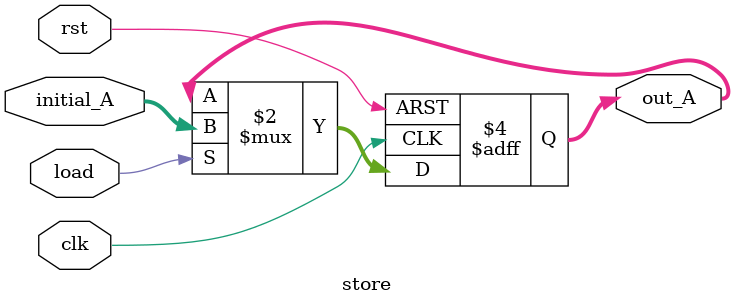
<source format=v>
`timescale 1ns / 1ps


module store #(parameter SIZE_STORE = 16)
    (
    input clk,
    input rst,
    input load,
    input [SIZE_STORE-1:0] initial_A,
    output reg [SIZE_STORE-1:0] out_A
    );
    
    always@(posedge clk or posedge rst)
        begin: STORE_DATA
            if(rst)
                begin
                    out_A <= 0;
                end
            else
                begin
                    if(load)
                        begin
                            out_A <= initial_A;
                        end
                end
        end
    
endmodule

</source>
